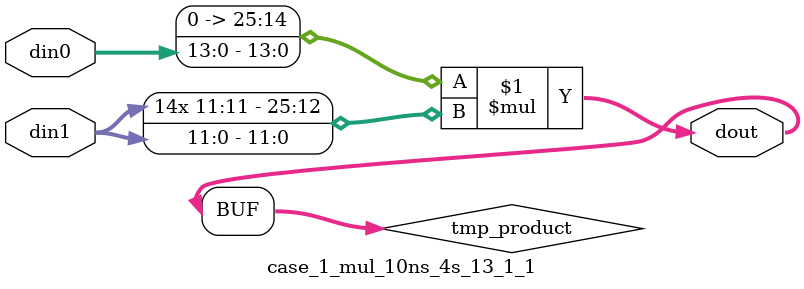
<source format=v>

`timescale 1 ns / 1 ps

 (* use_dsp = "no" *)  module case_1_mul_10ns_4s_13_1_1(din0, din1, dout);
parameter ID = 1;
parameter NUM_STAGE = 0;
parameter din0_WIDTH = 14;
parameter din1_WIDTH = 12;
parameter dout_WIDTH = 26;

input [din0_WIDTH - 1 : 0] din0; 
input [din1_WIDTH - 1 : 0] din1; 
output [dout_WIDTH - 1 : 0] dout;

wire signed [dout_WIDTH - 1 : 0] tmp_product;

























assign tmp_product = $signed({1'b0, din0}) * $signed(din1);










assign dout = tmp_product;





















endmodule

</source>
